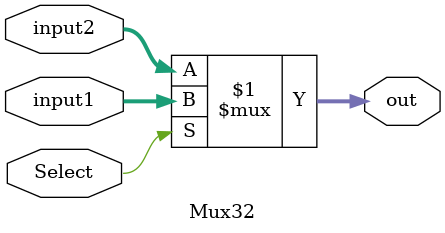
<source format=v>
`timescale 1ns / 1ps


module Mux32(
    input Select,
    input [31:0] input1,
    input [31:0] input2,
    output [31:0] out
    );
    assign out = Select?input1:input2;
endmodule

</source>
